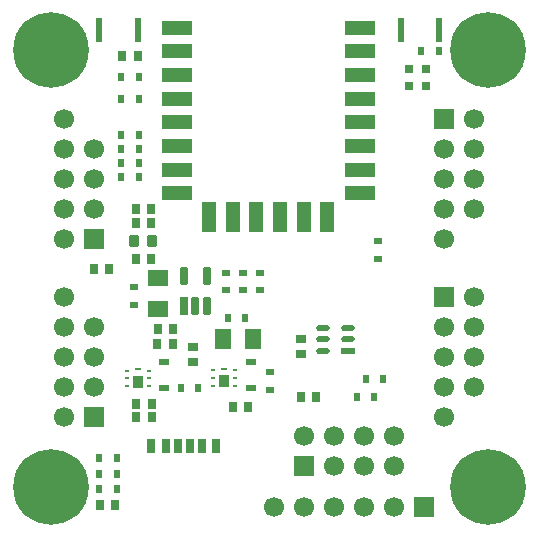
<source format=gtp>
G04*
G04 #@! TF.GenerationSoftware,Altium Limited,Altium Designer,24.10.1 (45)*
G04*
G04 Layer_Color=8421504*
%FSLAX43Y43*%
%MOMM*%
G71*
G04*
G04 #@! TF.SameCoordinates,82C0A6C9-C4C8-43BB-9ED8-C2E15B313AAA*
G04*
G04*
G04 #@! TF.FilePolarity,Positive*
G04*
G01*
G75*
%ADD16R,0.330X0.250*%
%ADD17R,0.330X0.250*%
%ADD18R,0.900X1.050*%
%ADD19R,0.560X0.250*%
%ADD20R,1.400X1.800*%
%ADD21R,0.700X1.200*%
%ADD22R,0.760X1.200*%
%ADD23R,0.800X1.200*%
%ADD24R,0.750X0.750*%
%ADD25R,0.550X2.000*%
G04:AMPARAMS|DCode=26|XSize=0.65mm|YSize=1.6mm|CornerRadius=0.114mm|HoleSize=0mm|Usage=FLASHONLY|Rotation=180.000|XOffset=0mm|YOffset=0mm|HoleType=Round|Shape=RoundedRectangle|*
%AMROUNDEDRECTD26*
21,1,0.650,1.373,0,0,180.0*
21,1,0.422,1.600,0,0,180.0*
1,1,0.228,-0.211,0.686*
1,1,0.228,0.211,0.686*
1,1,0.228,0.211,-0.686*
1,1,0.228,-0.211,-0.686*
%
%ADD26ROUNDEDRECTD26*%
%ADD27R,0.650X1.600*%
%ADD28R,2.540X1.143*%
%ADD29R,1.143X2.540*%
%ADD30R,1.156X0.536*%
G04:AMPARAMS|DCode=31|XSize=1.156mm|YSize=0.536mm|CornerRadius=0.268mm|HoleSize=0mm|Usage=FLASHONLY|Rotation=180.000|XOffset=0mm|YOffset=0mm|HoleType=Round|Shape=RoundedRectangle|*
%AMROUNDEDRECTD31*
21,1,1.156,0.000,0,0,180.0*
21,1,0.620,0.536,0,0,180.0*
1,1,0.536,-0.310,0.000*
1,1,0.536,0.310,0.000*
1,1,0.536,0.310,0.000*
1,1,0.536,-0.310,0.000*
%
%ADD31ROUNDEDRECTD31*%
%ADD32R,0.758X0.812*%
%ADD33R,0.500X0.800*%
%ADD34R,0.830X0.625*%
%ADD35R,0.800X0.900*%
G04:AMPARAMS|DCode=36|XSize=0.8mm|YSize=1mm|CornerRadius=0.1mm|HoleSize=0mm|Usage=FLASHONLY|Rotation=0.000|XOffset=0mm|YOffset=0mm|HoleType=Round|Shape=RoundedRectangle|*
%AMROUNDEDRECTD36*
21,1,0.800,0.800,0,0,0.0*
21,1,0.600,1.000,0,0,0.0*
1,1,0.200,0.300,-0.400*
1,1,0.200,-0.300,-0.400*
1,1,0.200,-0.300,0.400*
1,1,0.200,0.300,0.400*
%
%ADD36ROUNDEDRECTD36*%
%ADD37R,0.800X0.500*%
%ADD38R,0.900X0.800*%
%ADD39R,1.800X1.400*%
%ADD40R,0.812X0.758*%
G04:AMPARAMS|DCode=41|XSize=1.7mm|YSize=1.7mm|CornerRadius=0.85mm|HoleSize=0mm|Usage=FLASHONLY|Rotation=0.000|XOffset=0mm|YOffset=0mm|HoleType=Round|Shape=RoundedRectangle|*
%AMROUNDEDRECTD41*
21,1,1.700,0.000,0,0,0.0*
21,1,0.000,1.700,0,0,0.0*
1,1,1.700,0.000,0.000*
1,1,1.700,0.000,0.000*
1,1,1.700,0.000,0.000*
1,1,1.700,0.000,0.000*
%
%ADD41ROUNDEDRECTD41*%
%ADD42R,1.700X1.700*%
%ADD43R,1.700X1.700*%
G04:AMPARAMS|DCode=44|XSize=1.7mm|YSize=1.7mm|CornerRadius=0.85mm|HoleSize=0mm|Usage=FLASHONLY|Rotation=90.000|XOffset=0mm|YOffset=0mm|HoleType=Round|Shape=RoundedRectangle|*
%AMROUNDEDRECTD44*
21,1,1.700,0.000,0,0,90.0*
21,1,0.000,1.700,0,0,90.0*
1,1,1.700,0.000,0.000*
1,1,1.700,0.000,0.000*
1,1,1.700,0.000,0.000*
1,1,1.700,0.000,0.000*
%
%ADD44ROUNDEDRECTD44*%
%ADD45C,6.400*%
%ADD46C,1.000*%
D16*
X11800Y12088D02*
D03*
Y13388D02*
D03*
X9930Y12088D02*
D03*
Y13388D02*
D03*
X17243Y13418D02*
D03*
Y12118D02*
D03*
X19113Y13418D02*
D03*
Y12118D02*
D03*
D17*
X11800Y12738D02*
D03*
X9930D02*
D03*
X17243Y12768D02*
D03*
X19113D02*
D03*
D18*
X10865Y12453D02*
D03*
X18178Y12483D02*
D03*
D19*
X10865Y13513D02*
D03*
X18178Y13543D02*
D03*
D20*
X20660Y16027D02*
D03*
X18060D02*
D03*
D21*
X15275Y6980D02*
D03*
X14275D02*
D03*
D22*
X16295D02*
D03*
X13255D02*
D03*
D23*
X17525D02*
D03*
X12025D02*
D03*
D24*
X33815Y38957D02*
D03*
X35315Y37457D02*
D03*
X33815D02*
D03*
X35315Y38957D02*
D03*
D25*
X33125Y42250D02*
D03*
X36375D02*
D03*
X10875D02*
D03*
X7625D02*
D03*
D26*
X16702Y21385D02*
D03*
X14802D02*
D03*
X16702Y18885D02*
D03*
X15752D02*
D03*
D27*
X14802D02*
D03*
D28*
X14164Y28408D02*
D03*
X29675D02*
D03*
Y30408D02*
D03*
Y32408D02*
D03*
Y34408D02*
D03*
Y36408D02*
D03*
Y38408D02*
D03*
Y40408D02*
D03*
X14164Y42408D02*
D03*
Y40408D02*
D03*
Y38408D02*
D03*
Y36408D02*
D03*
Y34408D02*
D03*
Y32408D02*
D03*
Y30408D02*
D03*
X29675Y42408D02*
D03*
D29*
X26914Y26408D02*
D03*
X24914D02*
D03*
X22914D02*
D03*
X20914D02*
D03*
X18914D02*
D03*
X16914D02*
D03*
D30*
X28687Y15077D02*
D03*
D31*
Y16027D02*
D03*
Y16977D02*
D03*
X26537D02*
D03*
Y16027D02*
D03*
Y15077D02*
D03*
D32*
X24710Y11115D02*
D03*
X25964D02*
D03*
D33*
X29417Y11159D02*
D03*
X30917D02*
D03*
X31671Y12713D02*
D03*
X36375Y40436D02*
D03*
X34875D02*
D03*
X10975Y30970D02*
D03*
X9475D02*
D03*
X10975Y32164D02*
D03*
X9475D02*
D03*
Y38209D02*
D03*
X10975D02*
D03*
X9475Y36408D02*
D03*
X10975D02*
D03*
X30171Y12713D02*
D03*
X19983Y17828D02*
D03*
X18483D02*
D03*
X10975Y33359D02*
D03*
X9475D02*
D03*
Y29775D02*
D03*
X10975D02*
D03*
X9092Y3355D02*
D03*
X7592D02*
D03*
X9092Y5980D02*
D03*
X7592D02*
D03*
X14498Y11914D02*
D03*
X15998D02*
D03*
X9092Y4668D02*
D03*
X7592D02*
D03*
D34*
X20474Y11874D02*
D03*
Y14099D02*
D03*
X13133Y11874D02*
D03*
Y14099D02*
D03*
D35*
X12028Y27043D02*
D03*
X10728D02*
D03*
X9575Y40010D02*
D03*
X10875D02*
D03*
X12028Y22807D02*
D03*
X10728D02*
D03*
X10756Y9445D02*
D03*
X12056D02*
D03*
X13848Y15670D02*
D03*
X12548D02*
D03*
X12028Y25903D02*
D03*
X10728D02*
D03*
X20201Y10326D02*
D03*
X18901D02*
D03*
X7686Y2043D02*
D03*
X8986D02*
D03*
X12562Y16932D02*
D03*
X13862D02*
D03*
X12056Y10572D02*
D03*
X10756D02*
D03*
X8469Y21986D02*
D03*
X7169D02*
D03*
D36*
X12071Y24339D02*
D03*
X10571D02*
D03*
D37*
X31244Y22869D02*
D03*
Y24369D02*
D03*
X10599Y18971D02*
D03*
Y20471D02*
D03*
X18371Y21675D02*
D03*
Y20175D02*
D03*
X19785D02*
D03*
Y21675D02*
D03*
X22066Y11774D02*
D03*
Y13274D02*
D03*
X21199Y21675D02*
D03*
Y20175D02*
D03*
D38*
X24693Y16059D02*
D03*
Y14759D02*
D03*
D39*
X12571Y21241D02*
D03*
Y18641D02*
D03*
D40*
X15542Y15391D02*
D03*
Y14137D02*
D03*
D41*
X39340Y12040D02*
D03*
X36800D02*
D03*
X39340Y14580D02*
D03*
X36800D02*
D03*
X39340Y17120D02*
D03*
X36800D02*
D03*
X39340Y19660D02*
D03*
X36800Y9500D02*
D03*
X4660Y24500D02*
D03*
X7200Y27040D02*
D03*
X4660D02*
D03*
X7200Y29580D02*
D03*
X4660D02*
D03*
X7200Y32120D02*
D03*
X4660D02*
D03*
Y34660D02*
D03*
X36800Y24500D02*
D03*
X39340Y34660D02*
D03*
X36800Y32120D02*
D03*
X39340D02*
D03*
X36800Y29580D02*
D03*
X39340D02*
D03*
X36800Y27040D02*
D03*
X39340D02*
D03*
X4660Y9500D02*
D03*
X7200Y12040D02*
D03*
X4660D02*
D03*
X7200Y14580D02*
D03*
X4660D02*
D03*
X7200Y17120D02*
D03*
X4660D02*
D03*
Y19660D02*
D03*
D42*
X36800D02*
D03*
X7200Y24500D02*
D03*
X36800Y34660D02*
D03*
X7200Y9500D02*
D03*
D43*
X24920Y5310D02*
D03*
X35086Y1837D02*
D03*
D44*
X24920Y7850D02*
D03*
X27460Y5310D02*
D03*
Y7850D02*
D03*
X30000Y5310D02*
D03*
Y7850D02*
D03*
X32540Y5310D02*
D03*
Y7850D02*
D03*
X30006Y1837D02*
D03*
X32546D02*
D03*
X22386D02*
D03*
X24926D02*
D03*
X27466D02*
D03*
D45*
X3500Y40500D02*
D03*
Y3500D02*
D03*
X40500Y40500D02*
D03*
Y3500D02*
D03*
D46*
X3500Y38100D02*
D03*
X1803Y38803D02*
D03*
X1100Y40500D02*
D03*
X1803Y42197D02*
D03*
X3500Y42900D02*
D03*
X5197Y42197D02*
D03*
X5900Y40500D02*
D03*
X5197Y38803D02*
D03*
Y1803D02*
D03*
X5900Y3500D02*
D03*
X5197Y5197D02*
D03*
X3500Y5900D02*
D03*
X1803Y5197D02*
D03*
X1100Y3500D02*
D03*
X1803Y1803D02*
D03*
X3500Y1100D02*
D03*
X42197Y38803D02*
D03*
X42900Y40500D02*
D03*
X42197Y42197D02*
D03*
X40500Y42900D02*
D03*
X38803Y42197D02*
D03*
X38100Y40500D02*
D03*
X38803Y38803D02*
D03*
X40500Y38100D02*
D03*
X42197Y1803D02*
D03*
X42900Y3500D02*
D03*
X42197Y5197D02*
D03*
X40500Y5900D02*
D03*
X38803Y5197D02*
D03*
X38100Y3500D02*
D03*
X38803Y1803D02*
D03*
X40500Y1100D02*
D03*
M02*

</source>
